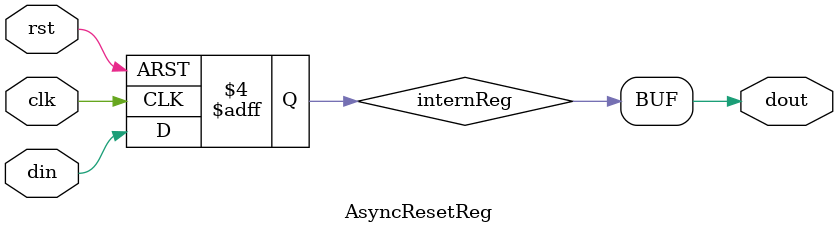
<source format=v>
module AsyncResetReg (
    input  clk,
    input  din,
    output  dout,
    input  rst
);
    reg internReg = 1'b0;
    assign dout = internReg;
    always @(posedge clk, posedge rst) begin: assig_process_internReg
        if (rst == 1'b1)
            internReg <= 1'b0;
        else
            internReg <= din;
    end

endmodule

</source>
